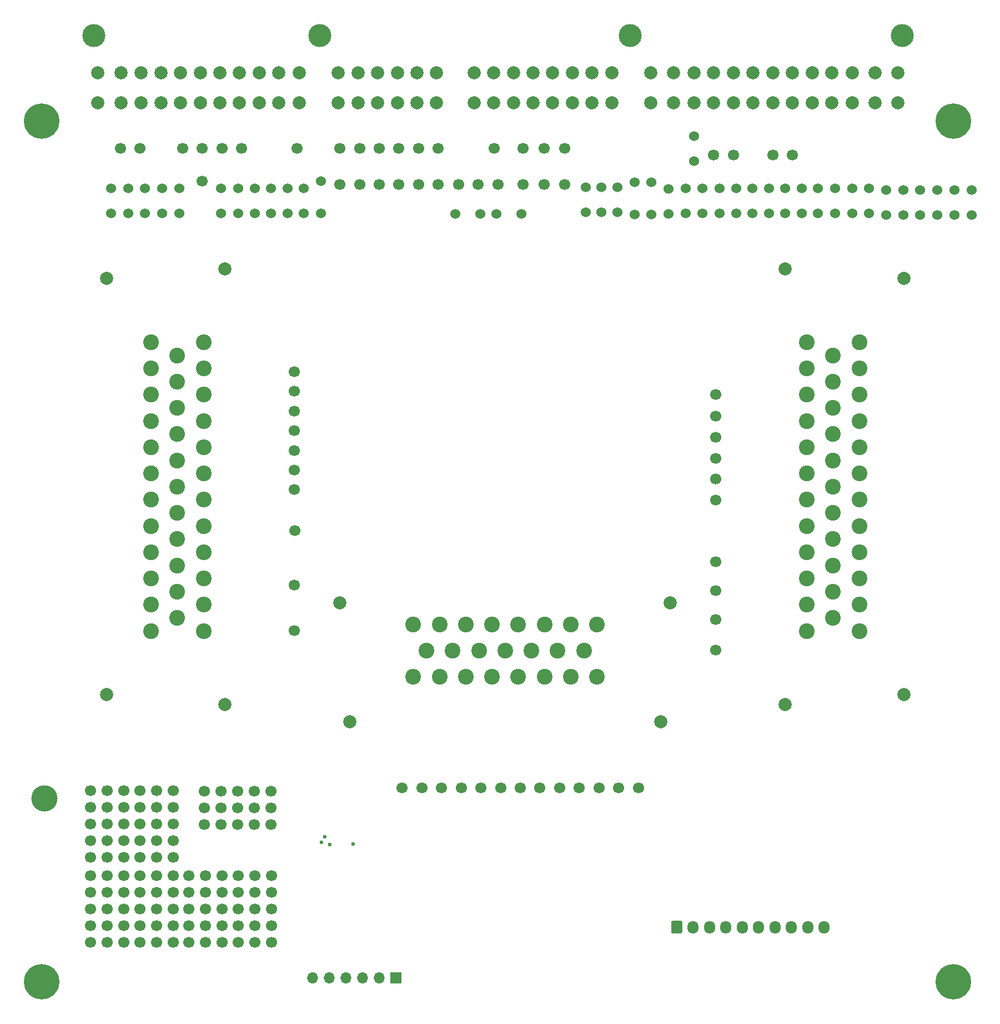
<source format=gbs>
G04 #@! TF.GenerationSoftware,KiCad,Pcbnew,(5.99.0-13086-gffd1139cfe)*
G04 #@! TF.CreationDate,2021-12-30T00:07:05+03:00*
G04 #@! TF.ProjectId,proteus-mitsubishi76-adapter,70726f74-6575-4732-9d6d-697473756269,rev?*
G04 #@! TF.SameCoordinates,PX88c1c40PYce16ca0*
G04 #@! TF.FileFunction,Soldermask,Bot*
G04 #@! TF.FilePolarity,Negative*
%FSLAX46Y46*%
G04 Gerber Fmt 4.6, Leading zero omitted, Abs format (unit mm)*
G04 Created by KiCad (PCBNEW (5.99.0-13086-gffd1139cfe)) date 2021-12-30 00:07:05*
%MOMM*%
%LPD*%
G01*
G04 APERTURE LIST*
%ADD10C,2.000000*%
%ADD11C,2.400000*%
%ADD12C,1.700000*%
%ADD13C,1.524000*%
%ADD14C,0.599999*%
%ADD15C,5.400000*%
%ADD16R,1.700000X1.700000*%
%ADD17O,1.700000X1.700000*%
%ADD18O,1.700000X1.950000*%
%ADD19C,3.500000*%
%ADD20C,4.000000*%
G04 APERTURE END LIST*
D10*
G04 #@! TO.C,BRD1*
X33000000Y114675001D03*
X33000000Y48275001D03*
X14900000Y49775001D03*
X100900000Y63775001D03*
X136500000Y49775001D03*
X14900000Y113175001D03*
X136500000Y113175001D03*
X52000000Y45675001D03*
X99400000Y45675001D03*
X118400000Y114675001D03*
X50500000Y63775001D03*
X118400000Y48275001D03*
D11*
X129700000Y59475001D03*
X129700000Y63475001D03*
X129700000Y67475001D03*
X129700000Y71475001D03*
X129700000Y75475001D03*
X129700000Y79475001D03*
X129700000Y83475001D03*
X129700000Y87475001D03*
X129700000Y91475001D03*
X129700000Y95475001D03*
X129700000Y99475001D03*
X129700000Y103475001D03*
X125700000Y61475001D03*
X125700000Y65475001D03*
X125700000Y69475001D03*
X125700000Y73475001D03*
X125700000Y77475001D03*
X125700000Y81475001D03*
X125700000Y85475001D03*
X125700000Y89475001D03*
X125700000Y93475001D03*
X125700000Y97475001D03*
X125700000Y101475001D03*
X121700000Y59475001D03*
X121700000Y63475001D03*
X121700000Y67475001D03*
X121700000Y71475001D03*
X121700000Y75475001D03*
X121700000Y79475001D03*
X121700000Y83475001D03*
X121700000Y87475001D03*
X121700000Y91475001D03*
X121700000Y95475001D03*
X121700000Y99475001D03*
X121700000Y103475001D03*
X61700000Y52475001D03*
X65700000Y52475001D03*
X69700000Y52475001D03*
X73700000Y52475001D03*
X77700000Y52475001D03*
X81700000Y52475001D03*
X85700000Y52475001D03*
X89700000Y52475001D03*
X63700000Y56475001D03*
X67700000Y56475001D03*
X71700000Y56475001D03*
X75700000Y56475001D03*
X79700000Y56475001D03*
X83700000Y56475001D03*
X87700000Y56475001D03*
X61700000Y60475001D03*
X65700000Y60475001D03*
X69700000Y60475001D03*
X73700000Y60475001D03*
X77700000Y60475001D03*
X81700000Y60475001D03*
X85700000Y60475001D03*
X89700000Y60475001D03*
X21700000Y103475001D03*
X21700000Y99475001D03*
X21700000Y95475001D03*
X21700000Y91475001D03*
X21700000Y87475001D03*
X21700000Y83475001D03*
X21700000Y79475001D03*
X21700000Y75475001D03*
X21700000Y71475001D03*
X21700000Y67475001D03*
X21700000Y63475001D03*
X21700000Y59475001D03*
X25700000Y101475001D03*
X25700000Y97475001D03*
X25700000Y93475001D03*
X25700000Y89475001D03*
X25700000Y85475001D03*
X25700000Y81475001D03*
X25700000Y77475001D03*
X25700000Y73475001D03*
X25700000Y69475001D03*
X25700000Y65475001D03*
X25700000Y61475001D03*
X29700000Y103475001D03*
X29700000Y99475001D03*
X29700000Y95475001D03*
X29700000Y91475001D03*
X29700000Y87475001D03*
X29700000Y83475001D03*
X29700000Y79475001D03*
X29700000Y75475001D03*
X29700000Y71475001D03*
X29700000Y67475001D03*
X29700000Y63475001D03*
X29700000Y59475001D03*
G04 #@! TD*
D12*
G04 #@! TO.C,P26*
X50500000Y127500000D03*
G04 #@! TD*
G04 #@! TO.C,P27*
X44000000Y133000000D03*
G04 #@! TD*
G04 #@! TO.C,P10*
X81600000Y127500000D03*
G04 #@! TD*
G04 #@! TO.C,P44*
X107800000Y95500000D03*
G04 #@! TD*
D13*
G04 #@! TO.C,R28*
X26000000Y126905000D03*
X26000000Y123095000D03*
G04 #@! TD*
G04 #@! TO.C,R9*
X146800000Y126705000D03*
X146800000Y122895000D03*
G04 #@! TD*
D14*
G04 #@! TO.C,M2*
X47656662Y27262501D03*
X48181662Y28137503D03*
X48931660Y26962499D03*
X52481661Y27037502D03*
G04 #@! TD*
D13*
G04 #@! TO.C,R3*
X133800000Y126705000D03*
X133800000Y122895000D03*
G04 #@! TD*
D12*
G04 #@! TO.C,P19*
X53500000Y133000000D03*
G04 #@! TD*
G04 #@! TO.C,P57*
X87000000Y35600000D03*
G04 #@! TD*
G04 #@! TO.C,P53*
X90000000Y35600000D03*
G04 #@! TD*
D13*
G04 #@! TO.C,R17*
X110900000Y126905000D03*
X110900000Y123095000D03*
G04 #@! TD*
G04 #@! TO.C,R35*
X90400000Y127105000D03*
X90400000Y123295000D03*
G04 #@! TD*
D12*
G04 #@! TO.C,P61*
X43500000Y90000000D03*
G04 #@! TD*
D13*
G04 #@! TO.C,R15*
X118400000Y126905000D03*
X118400000Y123095000D03*
G04 #@! TD*
D12*
G04 #@! TO.C,P25*
X53500000Y127500000D03*
G04 #@! TD*
G04 #@! TO.C,P3*
X110500000Y132000000D03*
G04 #@! TD*
G04 #@! TO.C,P67*
X43500000Y59500000D03*
G04 #@! TD*
D13*
G04 #@! TO.C,R11*
X136400000Y126705000D03*
X136400000Y122895000D03*
G04 #@! TD*
D12*
G04 #@! TO.C,G8*
X20000000Y12000000D03*
X20000000Y14540000D03*
X20000000Y17080000D03*
X20000000Y19620000D03*
X20000000Y22160000D03*
X22540000Y12000000D03*
X22540000Y14540000D03*
X22540000Y17080000D03*
X22540000Y19620000D03*
X22540000Y22160000D03*
X25080000Y12000000D03*
X25080000Y14540000D03*
X25080000Y17080000D03*
X25080000Y19620000D03*
X25080000Y22160000D03*
G04 #@! TD*
G04 #@! TO.C,P35*
X107800000Y92200000D03*
G04 #@! TD*
G04 #@! TO.C,P24*
X56500000Y127500000D03*
G04 #@! TD*
G04 #@! TO.C,G2*
X12460000Y25000000D03*
X12460000Y27540000D03*
X12460000Y30080000D03*
X12460000Y32620000D03*
X12460000Y35160000D03*
X15000000Y25000000D03*
X15000000Y27540000D03*
X15000000Y30080000D03*
X15000000Y32620000D03*
X15000000Y35160000D03*
X17540000Y25000000D03*
X17540000Y27540000D03*
X17540000Y30080000D03*
X17540000Y32620000D03*
X17540000Y35160000D03*
G04 #@! TD*
G04 #@! TO.C,P51*
X69000000Y35600000D03*
G04 #@! TD*
D15*
G04 #@! TO.C,H2*
X5000000Y6000000D03*
G04 #@! TD*
D12*
G04 #@! TO.C,P18*
X56500000Y133000000D03*
G04 #@! TD*
D13*
G04 #@! TO.C,R5*
X123400000Y126905000D03*
X123400000Y123095000D03*
G04 #@! TD*
D12*
G04 #@! TO.C,P55*
X93000000Y35600000D03*
G04 #@! TD*
D13*
G04 #@! TO.C,R32*
X37500000Y126905000D03*
X37500000Y123095000D03*
G04 #@! TD*
G04 #@! TO.C,F1*
X98000000Y127850000D03*
X98000000Y122950000D03*
G04 #@! TD*
G04 #@! TO.C,R4*
X128600000Y126905000D03*
X128600000Y123095000D03*
G04 #@! TD*
D12*
G04 #@! TO.C,P65*
X43500000Y81000000D03*
G04 #@! TD*
D13*
G04 #@! TO.C,R25*
X45000000Y126954999D03*
X45000000Y123144999D03*
G04 #@! TD*
D12*
G04 #@! TO.C,P21*
X65500000Y127500000D03*
G04 #@! TD*
G04 #@! TO.C,P64*
X43500000Y87000000D03*
G04 #@! TD*
G04 #@! TO.C,P28*
X35500000Y133000000D03*
G04 #@! TD*
G04 #@! TO.C,G5*
X35000000Y12000000D03*
X35000000Y14540000D03*
X35000000Y17080000D03*
X35000000Y19620000D03*
X35000000Y22160000D03*
X37540000Y12000000D03*
X37540000Y14540000D03*
X37540000Y17080000D03*
X37540000Y19620000D03*
X37540000Y22160000D03*
X40080000Y12000000D03*
X40080000Y14540000D03*
X40080000Y17080000D03*
X40080000Y19620000D03*
X40080000Y22160000D03*
G04 #@! TD*
D16*
G04 #@! TO.C,J4*
X59000000Y6650000D03*
D17*
X56460000Y6650000D03*
X53920000Y6650000D03*
X51380000Y6650000D03*
X48840000Y6650000D03*
X46300000Y6650000D03*
G04 #@! TD*
D12*
G04 #@! TO.C,P45*
X107800000Y89000000D03*
G04 #@! TD*
G04 #@! TO.C,P5*
X84800000Y133000000D03*
G04 #@! TD*
G04 #@! TO.C,G7*
X20000000Y25000000D03*
X20000000Y27540000D03*
X20000000Y30080000D03*
X20000000Y32620000D03*
X20000000Y35160000D03*
X22540000Y25000000D03*
X22540000Y27540000D03*
X22540000Y30080000D03*
X22540000Y32620000D03*
X22540000Y35160000D03*
X25080000Y25000000D03*
X25080000Y27540000D03*
X25080000Y30080000D03*
X25080000Y32620000D03*
X25080000Y35160000D03*
G04 #@! TD*
D13*
G04 #@! TO.C,R20*
X78205000Y123000000D03*
X74395000Y123000000D03*
G04 #@! TD*
D12*
G04 #@! TO.C,P59*
X43500000Y96000000D03*
G04 #@! TD*
D13*
G04 #@! TO.C,R27*
X32400000Y126954999D03*
X32400000Y123144999D03*
G04 #@! TD*
G04 #@! TO.C,R7*
X108400000Y126905000D03*
X108400000Y123095000D03*
G04 #@! TD*
D15*
G04 #@! TO.C,H1*
X144000000Y137200000D03*
G04 #@! TD*
G04 #@! TO.C,H4*
X144000000Y6000000D03*
G04 #@! TD*
D12*
G04 #@! TO.C,P17*
X59500000Y132990001D03*
G04 #@! TD*
G04 #@! TO.C,P2*
X116500000Y132000000D03*
G04 #@! TD*
G04 #@! TO.C,P30*
X29500000Y133000000D03*
G04 #@! TD*
G04 #@! TO.C,P34*
X29500000Y128000000D03*
G04 #@! TD*
G04 #@! TO.C,P56*
X96000000Y35600000D03*
G04 #@! TD*
G04 #@! TO.C,P31*
X26500000Y133000000D03*
G04 #@! TD*
G04 #@! TO.C,P4*
X107500000Y132000000D03*
G04 #@! TD*
G04 #@! TO.C,P40*
X107800000Y65600000D03*
G04 #@! TD*
G04 #@! TO.C,P12*
X74600000Y127500000D03*
G04 #@! TD*
G04 #@! TO.C,P23*
X59500000Y127500000D03*
G04 #@! TD*
D13*
G04 #@! TO.C,R23*
X40000000Y126905000D03*
X40000000Y123095000D03*
G04 #@! TD*
G04 #@! TO.C,R1*
X144200000Y126705000D03*
X144200000Y122895000D03*
G04 #@! TD*
D12*
G04 #@! TO.C,P36*
X63000000Y35600000D03*
G04 #@! TD*
G04 #@! TO.C,P14*
X68600000Y127500000D03*
G04 #@! TD*
G04 #@! TO.C,P41*
X107800000Y56600000D03*
G04 #@! TD*
G04 #@! TO.C,P13*
X71600000Y127500000D03*
G04 #@! TD*
D13*
G04 #@! TO.C,R31*
X15600000Y126905000D03*
X15600000Y123095000D03*
G04 #@! TD*
G04 #@! TO.C,R34*
X103200000Y126905000D03*
X103200000Y123095000D03*
G04 #@! TD*
D12*
G04 #@! TO.C,G6*
X40000000Y30000000D03*
X37460000Y30000000D03*
X34920000Y30000000D03*
X32380000Y30000000D03*
X29840000Y30000000D03*
X40000000Y32540000D03*
X37460000Y32540000D03*
X34920000Y32540000D03*
X32380000Y32540000D03*
X29840000Y32540000D03*
X40000000Y35080000D03*
X37460000Y35080000D03*
X34920000Y35080000D03*
X32380000Y35080000D03*
X29840000Y35080000D03*
G04 #@! TD*
D13*
G04 #@! TO.C,R16*
X115900000Y126905000D03*
X115900000Y123095000D03*
G04 #@! TD*
D12*
G04 #@! TO.C,P58*
X81000000Y35600000D03*
G04 #@! TD*
G04 #@! TO.C,P50*
X78000000Y35600000D03*
G04 #@! TD*
G04 #@! TO.C,P7*
X78400000Y133000000D03*
G04 #@! TD*
D15*
G04 #@! TO.C,H3*
X5000000Y137200000D03*
G04 #@! TD*
D12*
G04 #@! TO.C,P29*
X32500000Y133000000D03*
G04 #@! TD*
G04 #@! TO.C,P32*
X20000000Y133000000D03*
G04 #@! TD*
G04 #@! TO.C,P48*
X107800000Y79400000D03*
G04 #@! TD*
D13*
G04 #@! TO.C,R33*
X100600000Y126855021D03*
X100600000Y123045021D03*
G04 #@! TD*
D12*
G04 #@! TO.C,P66*
X43600000Y74800000D03*
G04 #@! TD*
G04 #@! TO.C,P33*
X17000000Y133000000D03*
G04 #@! TD*
D13*
G04 #@! TO.C,R21*
X68095000Y123000000D03*
X71905000Y123000000D03*
G04 #@! TD*
D12*
G04 #@! TO.C,P37*
X60000000Y35600000D03*
G04 #@! TD*
D13*
G04 #@! TO.C,F2*
X95400000Y127850000D03*
X95400000Y122950000D03*
G04 #@! TD*
D12*
G04 #@! TO.C,P8*
X74000000Y133000000D03*
G04 #@! TD*
G04 #@! TO.C,G3*
X12460000Y12000000D03*
X12460000Y14540000D03*
X12460000Y17080000D03*
X12460000Y19620000D03*
X12460000Y22160000D03*
X15000000Y12000000D03*
X15000000Y14540000D03*
X15000000Y17080000D03*
X15000000Y19620000D03*
X15000000Y22160000D03*
X17540000Y12000000D03*
X17540000Y14540000D03*
X17540000Y17080000D03*
X17540000Y19620000D03*
X17540000Y22160000D03*
G04 #@! TD*
D13*
G04 #@! TO.C,R26*
X35000000Y126905000D03*
X35000000Y123095000D03*
G04 #@! TD*
G04 #@! TO.C,R6*
X113400000Y126905000D03*
X113400000Y123095000D03*
G04 #@! TD*
D12*
G04 #@! TO.C,P9*
X84800000Y127500000D03*
G04 #@! TD*
G04 #@! TO.C,P60*
X43500000Y99000000D03*
G04 #@! TD*
G04 #@! TO.C,P54*
X84000000Y35600000D03*
G04 #@! TD*
D13*
G04 #@! TO.C,R18*
X105800000Y126905000D03*
X105800000Y123095000D03*
G04 #@! TD*
D12*
G04 #@! TO.C,P22*
X62500000Y127500000D03*
G04 #@! TD*
D13*
G04 #@! TO.C,F3*
X47600000Y128050000D03*
X47600000Y123150000D03*
G04 #@! TD*
D12*
G04 #@! TO.C,P47*
X107800000Y82600000D03*
G04 #@! TD*
G04 #@! TO.C,P38*
X66000000Y35600000D03*
G04 #@! TD*
G04 #@! TO.C,J1*
G36*
G01*
X101000000Y13625000D02*
X101000000Y15075000D01*
G75*
G02*
X101250000Y15325000I250000J0D01*
G01*
X102450000Y15325000D01*
G75*
G02*
X102700000Y15075000I0J-250000D01*
G01*
X102700000Y13625000D01*
G75*
G02*
X102450000Y13375000I-250000J0D01*
G01*
X101250000Y13375000D01*
G75*
G02*
X101000000Y13625000I0J250000D01*
G01*
G37*
D18*
X104350000Y14350000D03*
X106850000Y14350000D03*
X109350000Y14350000D03*
X111850000Y14350000D03*
X114350000Y14350000D03*
X116850000Y14350000D03*
X119350000Y14350000D03*
X121850000Y14350000D03*
X124350000Y14350000D03*
G04 #@! TD*
D12*
G04 #@! TO.C,P43*
X107800000Y70000000D03*
G04 #@! TD*
D13*
G04 #@! TO.C,R24*
X20800000Y126905000D03*
X20800000Y123095000D03*
G04 #@! TD*
G04 #@! TO.C,R29*
X23400000Y126905000D03*
X23400000Y123095000D03*
G04 #@! TD*
D12*
G04 #@! TO.C,P52*
X72000000Y35600000D03*
G04 #@! TD*
G04 #@! TO.C,P49*
X75000000Y35600000D03*
G04 #@! TD*
G04 #@! TO.C,P11*
X78400000Y127500000D03*
G04 #@! TD*
G04 #@! TO.C,P62*
X43500000Y93000000D03*
G04 #@! TD*
G04 #@! TO.C,P1*
X119500000Y132000000D03*
G04 #@! TD*
D13*
G04 #@! TO.C,R22*
X42500000Y126905000D03*
X42500000Y123095000D03*
G04 #@! TD*
D19*
G04 #@! TO.C,J2*
X12950000Y150200000D03*
X47400000Y150200000D03*
X136250000Y150200000D03*
X94800000Y150200000D03*
D10*
X135600000Y140000000D03*
X132100000Y140000000D03*
X128600000Y140000000D03*
X125500000Y140000000D03*
X122500000Y140000000D03*
X119500000Y140000000D03*
X116500000Y140000000D03*
X113500000Y140000000D03*
X110500000Y140000000D03*
X107500000Y140000000D03*
X104500000Y140000000D03*
X101400000Y140000000D03*
X97900000Y140000000D03*
X135600000Y144500000D03*
X132100000Y144500000D03*
X128600000Y144500000D03*
X125500000Y144500000D03*
X122500000Y144500000D03*
X119500000Y144500000D03*
X116500000Y144500000D03*
X113500000Y144500000D03*
X110500000Y144500000D03*
X107500000Y144500000D03*
X104500000Y144500000D03*
X101400000Y144500000D03*
X97900000Y144500000D03*
X91950000Y140000000D03*
X88950000Y140000000D03*
X85950000Y140000000D03*
X82950000Y140000000D03*
X79950000Y140000000D03*
X76950000Y140000000D03*
X73950000Y140000000D03*
X70950000Y140000000D03*
X91950000Y144500000D03*
X88950000Y144500000D03*
X85950000Y144500000D03*
X82950000Y144500000D03*
X79950000Y144500000D03*
X76950000Y144500000D03*
X73950000Y144500000D03*
X70950000Y144500000D03*
X65250000Y140000000D03*
X62250000Y140000000D03*
X59250000Y140000000D03*
X56250000Y140000000D03*
X53250000Y140000000D03*
X50250000Y140000000D03*
X65250000Y144500000D03*
X62250000Y144500000D03*
X59250000Y144500000D03*
X56250000Y144500000D03*
X53250000Y144500000D03*
X50250000Y144500000D03*
X44300000Y140000000D03*
X41200000Y140000000D03*
X38200000Y140000000D03*
X35200000Y140000000D03*
X32200000Y140000000D03*
X29200000Y140000000D03*
X26200000Y140000000D03*
X23200000Y140000000D03*
X20200000Y140000000D03*
X17100000Y140000000D03*
X13600000Y140000000D03*
X44300000Y144500000D03*
X41200000Y144500000D03*
X38200000Y144500000D03*
X35200000Y144500000D03*
X32200000Y144500000D03*
X29200000Y144500000D03*
X26200000Y144500000D03*
X23200000Y144500000D03*
X20200000Y144500000D03*
X17100000Y144500000D03*
X13600000Y144500000D03*
G04 #@! TD*
D12*
G04 #@! TO.C,P63*
X43500000Y84000000D03*
G04 #@! TD*
D13*
G04 #@! TO.C,R8*
X104500000Y134905000D03*
X104500000Y131095000D03*
G04 #@! TD*
G04 #@! TO.C,R14*
X120900000Y126905000D03*
X120900000Y123095000D03*
G04 #@! TD*
G04 #@! TO.C,R13*
X126000000Y126905000D03*
X126000000Y123095000D03*
G04 #@! TD*
G04 #@! TO.C,R2*
X139000000Y126705000D03*
X139000000Y122895000D03*
G04 #@! TD*
D12*
G04 #@! TO.C,P6*
X81600000Y133000000D03*
G04 #@! TD*
D13*
G04 #@! TO.C,R19*
X88000000Y127105000D03*
X88000000Y123295000D03*
G04 #@! TD*
G04 #@! TO.C,R10*
X141600000Y126705000D03*
X141600000Y122895000D03*
G04 #@! TD*
D12*
G04 #@! TO.C,G4*
X27460000Y12000000D03*
X27460000Y14540000D03*
X27460000Y17080000D03*
X27460000Y19620000D03*
X27460000Y22160000D03*
X30000000Y12000000D03*
X30000000Y14540000D03*
X30000000Y17080000D03*
X30000000Y19620000D03*
X30000000Y22160000D03*
X32540000Y12000000D03*
X32540000Y14540000D03*
X32540000Y17080000D03*
X32540000Y19620000D03*
X32540000Y22160000D03*
G04 #@! TD*
G04 #@! TO.C,P39*
X43500000Y66500000D03*
G04 #@! TD*
G04 #@! TO.C,P42*
X107800000Y61200000D03*
G04 #@! TD*
G04 #@! TO.C,P46*
X107800000Y85800000D03*
G04 #@! TD*
G04 #@! TO.C,P20*
X50500000Y133000000D03*
G04 #@! TD*
G04 #@! TO.C,P16*
X62500000Y133000000D03*
G04 #@! TD*
D13*
G04 #@! TO.C,R12*
X131200000Y126905000D03*
X131200000Y123095000D03*
G04 #@! TD*
G04 #@! TO.C,R30*
X18200000Y126905000D03*
X18200000Y123095000D03*
G04 #@! TD*
D12*
G04 #@! TO.C,P15*
X65500000Y133000000D03*
G04 #@! TD*
D13*
G04 #@! TO.C,R36*
X92800000Y127105000D03*
X92800000Y123295000D03*
G04 #@! TD*
D20*
G04 #@! TO.C,J5*
X5400000Y34000000D03*
G04 #@! TD*
M02*

</source>
